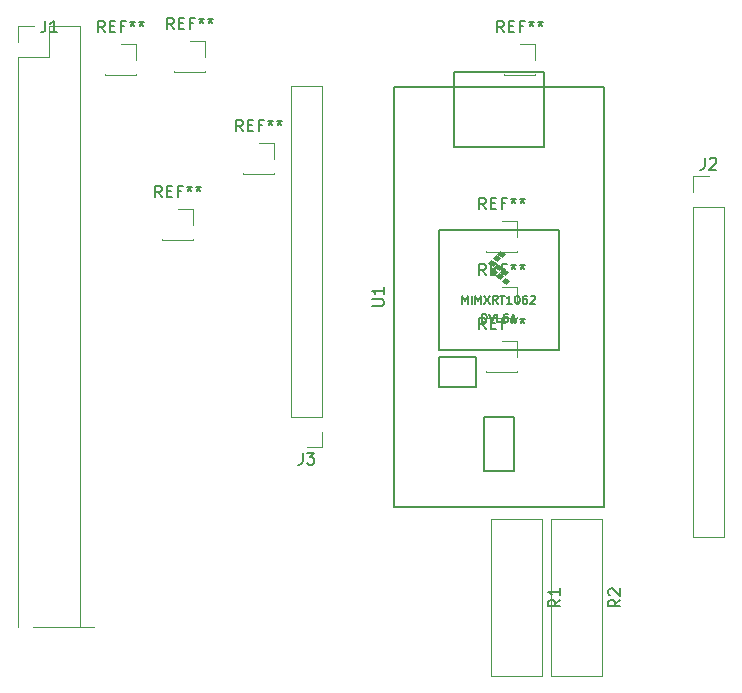
<source format=gbr>
%TF.GenerationSoftware,KiCad,Pcbnew,5.1.9-73d0e3b20d~88~ubuntu20.04.1*%
%TF.CreationDate,2021-04-22T17:01:53+00:00*%
%TF.ProjectId,RPHat,52504861-742e-46b6-9963-61645f706362,rev?*%
%TF.SameCoordinates,Original*%
%TF.FileFunction,Legend,Top*%
%TF.FilePolarity,Positive*%
%FSLAX46Y46*%
G04 Gerber Fmt 4.6, Leading zero omitted, Abs format (unit mm)*
G04 Created by KiCad (PCBNEW 5.1.9-73d0e3b20d~88~ubuntu20.04.1) date 2021-04-22 17:01:53*
%MOMM*%
%LPD*%
G01*
G04 APERTURE LIST*
%ADD10C,0.120000*%
%ADD11C,0.100000*%
%ADD12C,0.150000*%
G04 APERTURE END LIST*
D10*
%TO.C,REF\u002A\u002A*%
X128464000Y-76260000D02*
X131124000Y-76260000D01*
X128464000Y-76140000D02*
X128464000Y-76260000D01*
X131124000Y-76140000D02*
X131124000Y-76260000D01*
X131124000Y-73600000D02*
X131124000Y-74930000D01*
X129794000Y-73600000D02*
X131124000Y-73600000D01*
X128464000Y-71688000D02*
X131124000Y-71688000D01*
X128464000Y-71568000D02*
X128464000Y-71688000D01*
X131124000Y-71568000D02*
X131124000Y-71688000D01*
X131124000Y-69028000D02*
X131124000Y-70358000D01*
X129794000Y-69028000D02*
X131124000Y-69028000D01*
X129988000Y-51114000D02*
X132648000Y-51114000D01*
X129988000Y-50994000D02*
X129988000Y-51114000D01*
X132648000Y-50994000D02*
X132648000Y-51114000D01*
X132648000Y-48454000D02*
X132648000Y-49784000D01*
X131318000Y-48454000D02*
X132648000Y-48454000D01*
X128464000Y-66100000D02*
X131124000Y-66100000D01*
X128464000Y-65980000D02*
X128464000Y-66100000D01*
X131124000Y-65980000D02*
X131124000Y-66100000D01*
X131124000Y-63440000D02*
X131124000Y-64770000D01*
X129794000Y-63440000D02*
X131124000Y-63440000D01*
X101032000Y-65084000D02*
X103692000Y-65084000D01*
X101032000Y-64964000D02*
X101032000Y-65084000D01*
X103692000Y-64964000D02*
X103692000Y-65084000D01*
X103692000Y-62424000D02*
X103692000Y-63754000D01*
X102362000Y-62424000D02*
X103692000Y-62424000D01*
X107890000Y-59496000D02*
X110550000Y-59496000D01*
X107890000Y-59376000D02*
X107890000Y-59496000D01*
X110550000Y-59376000D02*
X110550000Y-59496000D01*
X110550000Y-56836000D02*
X110550000Y-58166000D01*
X109220000Y-56836000D02*
X110550000Y-56836000D01*
X96206000Y-51114000D02*
X98866000Y-51114000D01*
X96206000Y-50994000D02*
X96206000Y-51114000D01*
X98866000Y-50994000D02*
X98866000Y-51114000D01*
X98866000Y-48454000D02*
X98866000Y-49784000D01*
X97536000Y-48454000D02*
X98866000Y-48454000D01*
D11*
%TO.C,U1*%
G36*
X129667000Y-65938400D02*
G01*
X129413000Y-66192400D01*
X129794000Y-66446400D01*
X130048000Y-66192400D01*
X129667000Y-65938400D01*
G37*
X129667000Y-65938400D02*
X129413000Y-66192400D01*
X129794000Y-66446400D01*
X130048000Y-66192400D01*
X129667000Y-65938400D01*
G36*
X129286000Y-66319400D02*
G01*
X129032000Y-66573400D01*
X129413000Y-66827400D01*
X129667000Y-66573400D01*
X129286000Y-66319400D01*
G37*
X129286000Y-66319400D02*
X129032000Y-66573400D01*
X129413000Y-66827400D01*
X129667000Y-66573400D01*
X129286000Y-66319400D01*
G36*
X130048000Y-68224400D02*
G01*
X129794000Y-68478400D01*
X130175000Y-68732400D01*
X130429000Y-68478400D01*
X130048000Y-68224400D01*
G37*
X130048000Y-68224400D02*
X129794000Y-68478400D01*
X130175000Y-68732400D01*
X130429000Y-68478400D01*
X130048000Y-68224400D01*
G36*
X129540000Y-67843400D02*
G01*
X129286000Y-68097400D01*
X129667000Y-68351400D01*
X129921000Y-68097400D01*
X129540000Y-67843400D01*
G37*
X129540000Y-67843400D02*
X129286000Y-68097400D01*
X129667000Y-68351400D01*
X129921000Y-68097400D01*
X129540000Y-67843400D01*
G36*
X129032000Y-67462400D02*
G01*
X128778000Y-67716400D01*
X129159000Y-67970400D01*
X129413000Y-67716400D01*
X129032000Y-67462400D01*
G37*
X129032000Y-67462400D02*
X128778000Y-67716400D01*
X129159000Y-67970400D01*
X129413000Y-67716400D01*
X129032000Y-67462400D01*
G36*
X129921000Y-67462400D02*
G01*
X129667000Y-67716400D01*
X130048000Y-67970400D01*
X130302000Y-67716400D01*
X129921000Y-67462400D01*
G37*
X129921000Y-67462400D02*
X129667000Y-67716400D01*
X130048000Y-67970400D01*
X130302000Y-67716400D01*
X129921000Y-67462400D01*
G36*
X129413000Y-67081400D02*
G01*
X129159000Y-67335400D01*
X129540000Y-67589400D01*
X129794000Y-67335400D01*
X129413000Y-67081400D01*
G37*
X129413000Y-67081400D02*
X129159000Y-67335400D01*
X129540000Y-67589400D01*
X129794000Y-67335400D01*
X129413000Y-67081400D01*
G36*
X128905000Y-66700400D02*
G01*
X128651000Y-66954400D01*
X129032000Y-67208400D01*
X129286000Y-66954400D01*
X128905000Y-66700400D01*
G37*
X128905000Y-66700400D02*
X128651000Y-66954400D01*
X129032000Y-67208400D01*
X129286000Y-66954400D01*
X128905000Y-66700400D01*
D12*
X127635000Y-74955400D02*
X124460000Y-74955400D01*
X127635000Y-77495400D02*
X127635000Y-74955400D01*
X124460000Y-77495400D02*
X127635000Y-77495400D01*
X124460000Y-74955400D02*
X124460000Y-77495400D01*
X138430000Y-52095400D02*
X120650000Y-52095400D01*
X138430000Y-87655400D02*
X138430000Y-52095400D01*
X120650000Y-87655400D02*
X138430000Y-87655400D01*
X120650000Y-52095400D02*
X120650000Y-87655400D01*
X134620000Y-74320400D02*
X134620000Y-64160400D01*
X124460000Y-74320400D02*
X124460000Y-64160400D01*
X124460000Y-64160400D02*
X134620000Y-64160400D01*
X134620000Y-74320400D02*
X124460000Y-74320400D01*
X128270000Y-80035400D02*
X128270000Y-84607400D01*
X130810000Y-80035400D02*
X128270000Y-80035400D01*
X130810000Y-84607400D02*
X130810000Y-80035400D01*
X128270000Y-84607400D02*
X130810000Y-84607400D01*
X133350000Y-57175400D02*
X133350000Y-52095400D01*
X125730000Y-57175400D02*
X125730000Y-52095400D01*
X133350000Y-57175400D02*
X125730000Y-57175400D01*
X125730000Y-50825400D02*
X125730000Y-52095400D01*
X133350000Y-50825400D02*
X125730000Y-50825400D01*
X133350000Y-52095400D02*
X133350000Y-50825400D01*
D10*
%TO.C,J1*%
X90220800Y-46930000D02*
X88890800Y-46930000D01*
X88890800Y-46930000D02*
X88890800Y-48260000D01*
X91490800Y-46930000D02*
X91490800Y-49530000D01*
X91490800Y-49530000D02*
X88890800Y-49530000D01*
X88890800Y-49530000D02*
X88890800Y-97850000D01*
X90110000Y-97850000D02*
X95310000Y-97850000D01*
X94090800Y-46930000D02*
X94090800Y-97850000D01*
X94090800Y-46930000D02*
X91490800Y-46930000D01*
%TO.C,J3*%
X114614000Y-52010000D02*
X111954000Y-52010000D01*
X114614000Y-80010000D02*
X114614000Y-52010000D01*
X111954000Y-80010000D02*
X111954000Y-52010000D01*
X114614000Y-80010000D02*
X111954000Y-80010000D01*
X114614000Y-81280000D02*
X114614000Y-82610000D01*
X114614000Y-82610000D02*
X113284000Y-82610000D01*
%TO.C,REF\u002A\u002A*%
X102048000Y-50860000D02*
X104708000Y-50860000D01*
X102048000Y-50740000D02*
X102048000Y-50860000D01*
X104708000Y-50740000D02*
X104708000Y-50860000D01*
X104708000Y-48200000D02*
X104708000Y-49530000D01*
X103378000Y-48200000D02*
X104708000Y-48200000D01*
%TO.C,J2*%
X145990000Y-59630000D02*
X147320000Y-59630000D01*
X145990000Y-60960000D02*
X145990000Y-59630000D01*
X145990000Y-62230000D02*
X148650000Y-62230000D01*
X148650000Y-62230000D02*
X148650000Y-90230000D01*
X145990000Y-62230000D02*
X145990000Y-90230000D01*
X145990000Y-90230000D02*
X148650000Y-90230000D01*
%TO.C,R2*%
X138264000Y-101942000D02*
X134024000Y-101942000D01*
X138264000Y-88702000D02*
X134024000Y-88702000D01*
X134024000Y-88702000D02*
X134024000Y-101942000D01*
X138264000Y-88702000D02*
X138264000Y-101942000D01*
%TO.C,R1*%
X133184000Y-101942000D02*
X128944000Y-101942000D01*
X133184000Y-88702000D02*
X128944000Y-88702000D01*
X128944000Y-88702000D02*
X128944000Y-101942000D01*
X133184000Y-88702000D02*
X133184000Y-101942000D01*
%TO.C,REF\u002A\u002A*%
D12*
X128460666Y-72612380D02*
X128127333Y-72136190D01*
X127889238Y-72612380D02*
X127889238Y-71612380D01*
X128270190Y-71612380D01*
X128365428Y-71660000D01*
X128413047Y-71707619D01*
X128460666Y-71802857D01*
X128460666Y-71945714D01*
X128413047Y-72040952D01*
X128365428Y-72088571D01*
X128270190Y-72136190D01*
X127889238Y-72136190D01*
X128889238Y-72088571D02*
X129222571Y-72088571D01*
X129365428Y-72612380D02*
X128889238Y-72612380D01*
X128889238Y-71612380D01*
X129365428Y-71612380D01*
X130127333Y-72088571D02*
X129794000Y-72088571D01*
X129794000Y-72612380D02*
X129794000Y-71612380D01*
X130270190Y-71612380D01*
X130794000Y-71612380D02*
X130794000Y-71850476D01*
X130555904Y-71755238D02*
X130794000Y-71850476D01*
X131032095Y-71755238D01*
X130651142Y-72040952D02*
X130794000Y-71850476D01*
X130936857Y-72040952D01*
X131555904Y-71612380D02*
X131555904Y-71850476D01*
X131317809Y-71755238D02*
X131555904Y-71850476D01*
X131794000Y-71755238D01*
X131413047Y-72040952D02*
X131555904Y-71850476D01*
X131698761Y-72040952D01*
X128460666Y-68040380D02*
X128127333Y-67564190D01*
X127889238Y-68040380D02*
X127889238Y-67040380D01*
X128270190Y-67040380D01*
X128365428Y-67088000D01*
X128413047Y-67135619D01*
X128460666Y-67230857D01*
X128460666Y-67373714D01*
X128413047Y-67468952D01*
X128365428Y-67516571D01*
X128270190Y-67564190D01*
X127889238Y-67564190D01*
X128889238Y-67516571D02*
X129222571Y-67516571D01*
X129365428Y-68040380D02*
X128889238Y-68040380D01*
X128889238Y-67040380D01*
X129365428Y-67040380D01*
X130127333Y-67516571D02*
X129794000Y-67516571D01*
X129794000Y-68040380D02*
X129794000Y-67040380D01*
X130270190Y-67040380D01*
X130794000Y-67040380D02*
X130794000Y-67278476D01*
X130555904Y-67183238D02*
X130794000Y-67278476D01*
X131032095Y-67183238D01*
X130651142Y-67468952D02*
X130794000Y-67278476D01*
X130936857Y-67468952D01*
X131555904Y-67040380D02*
X131555904Y-67278476D01*
X131317809Y-67183238D02*
X131555904Y-67278476D01*
X131794000Y-67183238D01*
X131413047Y-67468952D02*
X131555904Y-67278476D01*
X131698761Y-67468952D01*
X129984666Y-47466380D02*
X129651333Y-46990190D01*
X129413238Y-47466380D02*
X129413238Y-46466380D01*
X129794190Y-46466380D01*
X129889428Y-46514000D01*
X129937047Y-46561619D01*
X129984666Y-46656857D01*
X129984666Y-46799714D01*
X129937047Y-46894952D01*
X129889428Y-46942571D01*
X129794190Y-46990190D01*
X129413238Y-46990190D01*
X130413238Y-46942571D02*
X130746571Y-46942571D01*
X130889428Y-47466380D02*
X130413238Y-47466380D01*
X130413238Y-46466380D01*
X130889428Y-46466380D01*
X131651333Y-46942571D02*
X131318000Y-46942571D01*
X131318000Y-47466380D02*
X131318000Y-46466380D01*
X131794190Y-46466380D01*
X132318000Y-46466380D02*
X132318000Y-46704476D01*
X132079904Y-46609238D02*
X132318000Y-46704476D01*
X132556095Y-46609238D01*
X132175142Y-46894952D02*
X132318000Y-46704476D01*
X132460857Y-46894952D01*
X133079904Y-46466380D02*
X133079904Y-46704476D01*
X132841809Y-46609238D02*
X133079904Y-46704476D01*
X133318000Y-46609238D01*
X132937047Y-46894952D02*
X133079904Y-46704476D01*
X133222761Y-46894952D01*
X128460666Y-62452380D02*
X128127333Y-61976190D01*
X127889238Y-62452380D02*
X127889238Y-61452380D01*
X128270190Y-61452380D01*
X128365428Y-61500000D01*
X128413047Y-61547619D01*
X128460666Y-61642857D01*
X128460666Y-61785714D01*
X128413047Y-61880952D01*
X128365428Y-61928571D01*
X128270190Y-61976190D01*
X127889238Y-61976190D01*
X128889238Y-61928571D02*
X129222571Y-61928571D01*
X129365428Y-62452380D02*
X128889238Y-62452380D01*
X128889238Y-61452380D01*
X129365428Y-61452380D01*
X130127333Y-61928571D02*
X129794000Y-61928571D01*
X129794000Y-62452380D02*
X129794000Y-61452380D01*
X130270190Y-61452380D01*
X130794000Y-61452380D02*
X130794000Y-61690476D01*
X130555904Y-61595238D02*
X130794000Y-61690476D01*
X131032095Y-61595238D01*
X130651142Y-61880952D02*
X130794000Y-61690476D01*
X130936857Y-61880952D01*
X131555904Y-61452380D02*
X131555904Y-61690476D01*
X131317809Y-61595238D02*
X131555904Y-61690476D01*
X131794000Y-61595238D01*
X131413047Y-61880952D02*
X131555904Y-61690476D01*
X131698761Y-61880952D01*
X101028666Y-61436380D02*
X100695333Y-60960190D01*
X100457238Y-61436380D02*
X100457238Y-60436380D01*
X100838190Y-60436380D01*
X100933428Y-60484000D01*
X100981047Y-60531619D01*
X101028666Y-60626857D01*
X101028666Y-60769714D01*
X100981047Y-60864952D01*
X100933428Y-60912571D01*
X100838190Y-60960190D01*
X100457238Y-60960190D01*
X101457238Y-60912571D02*
X101790571Y-60912571D01*
X101933428Y-61436380D02*
X101457238Y-61436380D01*
X101457238Y-60436380D01*
X101933428Y-60436380D01*
X102695333Y-60912571D02*
X102362000Y-60912571D01*
X102362000Y-61436380D02*
X102362000Y-60436380D01*
X102838190Y-60436380D01*
X103362000Y-60436380D02*
X103362000Y-60674476D01*
X103123904Y-60579238D02*
X103362000Y-60674476D01*
X103600095Y-60579238D01*
X103219142Y-60864952D02*
X103362000Y-60674476D01*
X103504857Y-60864952D01*
X104123904Y-60436380D02*
X104123904Y-60674476D01*
X103885809Y-60579238D02*
X104123904Y-60674476D01*
X104362000Y-60579238D01*
X103981047Y-60864952D02*
X104123904Y-60674476D01*
X104266761Y-60864952D01*
X107886666Y-55848380D02*
X107553333Y-55372190D01*
X107315238Y-55848380D02*
X107315238Y-54848380D01*
X107696190Y-54848380D01*
X107791428Y-54896000D01*
X107839047Y-54943619D01*
X107886666Y-55038857D01*
X107886666Y-55181714D01*
X107839047Y-55276952D01*
X107791428Y-55324571D01*
X107696190Y-55372190D01*
X107315238Y-55372190D01*
X108315238Y-55324571D02*
X108648571Y-55324571D01*
X108791428Y-55848380D02*
X108315238Y-55848380D01*
X108315238Y-54848380D01*
X108791428Y-54848380D01*
X109553333Y-55324571D02*
X109220000Y-55324571D01*
X109220000Y-55848380D02*
X109220000Y-54848380D01*
X109696190Y-54848380D01*
X110220000Y-54848380D02*
X110220000Y-55086476D01*
X109981904Y-54991238D02*
X110220000Y-55086476D01*
X110458095Y-54991238D01*
X110077142Y-55276952D02*
X110220000Y-55086476D01*
X110362857Y-55276952D01*
X110981904Y-54848380D02*
X110981904Y-55086476D01*
X110743809Y-54991238D02*
X110981904Y-55086476D01*
X111220000Y-54991238D01*
X110839047Y-55276952D02*
X110981904Y-55086476D01*
X111124761Y-55276952D01*
X96202666Y-47466380D02*
X95869333Y-46990190D01*
X95631238Y-47466380D02*
X95631238Y-46466380D01*
X96012190Y-46466380D01*
X96107428Y-46514000D01*
X96155047Y-46561619D01*
X96202666Y-46656857D01*
X96202666Y-46799714D01*
X96155047Y-46894952D01*
X96107428Y-46942571D01*
X96012190Y-46990190D01*
X95631238Y-46990190D01*
X96631238Y-46942571D02*
X96964571Y-46942571D01*
X97107428Y-47466380D02*
X96631238Y-47466380D01*
X96631238Y-46466380D01*
X97107428Y-46466380D01*
X97869333Y-46942571D02*
X97536000Y-46942571D01*
X97536000Y-47466380D02*
X97536000Y-46466380D01*
X98012190Y-46466380D01*
X98536000Y-46466380D02*
X98536000Y-46704476D01*
X98297904Y-46609238D02*
X98536000Y-46704476D01*
X98774095Y-46609238D01*
X98393142Y-46894952D02*
X98536000Y-46704476D01*
X98678857Y-46894952D01*
X99297904Y-46466380D02*
X99297904Y-46704476D01*
X99059809Y-46609238D02*
X99297904Y-46704476D01*
X99536000Y-46609238D01*
X99155047Y-46894952D02*
X99297904Y-46704476D01*
X99440761Y-46894952D01*
%TO.C,U1*%
X118832380Y-70637304D02*
X119641904Y-70637304D01*
X119737142Y-70589685D01*
X119784761Y-70542066D01*
X119832380Y-70446828D01*
X119832380Y-70256352D01*
X119784761Y-70161114D01*
X119737142Y-70113495D01*
X119641904Y-70065876D01*
X118832380Y-70065876D01*
X119832380Y-69065876D02*
X119832380Y-69637304D01*
X119832380Y-69351590D02*
X118832380Y-69351590D01*
X118975238Y-69446828D01*
X119070476Y-69542066D01*
X119118095Y-69637304D01*
X128140000Y-71970066D02*
X128140000Y-71270066D01*
X128306666Y-71270066D01*
X128406666Y-71303400D01*
X128473333Y-71370066D01*
X128506666Y-71436733D01*
X128540000Y-71570066D01*
X128540000Y-71670066D01*
X128506666Y-71803400D01*
X128473333Y-71870066D01*
X128406666Y-71936733D01*
X128306666Y-71970066D01*
X128140000Y-71970066D01*
X128740000Y-71270066D02*
X128973333Y-71970066D01*
X129206666Y-71270066D01*
X129773333Y-71970066D02*
X129440000Y-71970066D01*
X129440000Y-71270066D01*
X130306666Y-71270066D02*
X130173333Y-71270066D01*
X130106666Y-71303400D01*
X130073333Y-71336733D01*
X130006666Y-71436733D01*
X129973333Y-71570066D01*
X129973333Y-71836733D01*
X130006666Y-71903400D01*
X130040000Y-71936733D01*
X130106666Y-71970066D01*
X130240000Y-71970066D01*
X130306666Y-71936733D01*
X130340000Y-71903400D01*
X130373333Y-71836733D01*
X130373333Y-71670066D01*
X130340000Y-71603400D01*
X130306666Y-71570066D01*
X130240000Y-71536733D01*
X130106666Y-71536733D01*
X130040000Y-71570066D01*
X130006666Y-71603400D01*
X129973333Y-71670066D01*
X130640000Y-71770066D02*
X130973333Y-71770066D01*
X130573333Y-71970066D02*
X130806666Y-71270066D01*
X131040000Y-71970066D01*
X126456666Y-70446066D02*
X126456666Y-69746066D01*
X126690000Y-70246066D01*
X126923333Y-69746066D01*
X126923333Y-70446066D01*
X127256666Y-70446066D02*
X127256666Y-69746066D01*
X127590000Y-70446066D02*
X127590000Y-69746066D01*
X127823333Y-70246066D01*
X128056666Y-69746066D01*
X128056666Y-70446066D01*
X128323333Y-69746066D02*
X128790000Y-70446066D01*
X128790000Y-69746066D02*
X128323333Y-70446066D01*
X129456666Y-70446066D02*
X129223333Y-70112733D01*
X129056666Y-70446066D02*
X129056666Y-69746066D01*
X129323333Y-69746066D01*
X129390000Y-69779400D01*
X129423333Y-69812733D01*
X129456666Y-69879400D01*
X129456666Y-69979400D01*
X129423333Y-70046066D01*
X129390000Y-70079400D01*
X129323333Y-70112733D01*
X129056666Y-70112733D01*
X129656666Y-69746066D02*
X130056666Y-69746066D01*
X129856666Y-70446066D02*
X129856666Y-69746066D01*
X130656666Y-70446066D02*
X130256666Y-70446066D01*
X130456666Y-70446066D02*
X130456666Y-69746066D01*
X130390000Y-69846066D01*
X130323333Y-69912733D01*
X130256666Y-69946066D01*
X131090000Y-69746066D02*
X131156666Y-69746066D01*
X131223333Y-69779400D01*
X131256666Y-69812733D01*
X131290000Y-69879400D01*
X131323333Y-70012733D01*
X131323333Y-70179400D01*
X131290000Y-70312733D01*
X131256666Y-70379400D01*
X131223333Y-70412733D01*
X131156666Y-70446066D01*
X131090000Y-70446066D01*
X131023333Y-70412733D01*
X130990000Y-70379400D01*
X130956666Y-70312733D01*
X130923333Y-70179400D01*
X130923333Y-70012733D01*
X130956666Y-69879400D01*
X130990000Y-69812733D01*
X131023333Y-69779400D01*
X131090000Y-69746066D01*
X131923333Y-69746066D02*
X131790000Y-69746066D01*
X131723333Y-69779400D01*
X131690000Y-69812733D01*
X131623333Y-69912733D01*
X131590000Y-70046066D01*
X131590000Y-70312733D01*
X131623333Y-70379400D01*
X131656666Y-70412733D01*
X131723333Y-70446066D01*
X131856666Y-70446066D01*
X131923333Y-70412733D01*
X131956666Y-70379400D01*
X131990000Y-70312733D01*
X131990000Y-70146066D01*
X131956666Y-70079400D01*
X131923333Y-70046066D01*
X131856666Y-70012733D01*
X131723333Y-70012733D01*
X131656666Y-70046066D01*
X131623333Y-70079400D01*
X131590000Y-70146066D01*
X132256666Y-69812733D02*
X132290000Y-69779400D01*
X132356666Y-69746066D01*
X132523333Y-69746066D01*
X132590000Y-69779400D01*
X132623333Y-69812733D01*
X132656666Y-69879400D01*
X132656666Y-69946066D01*
X132623333Y-70046066D01*
X132223333Y-70446066D01*
X132656666Y-70446066D01*
%TO.C,J1*%
X91157466Y-46466380D02*
X91157466Y-47180666D01*
X91109847Y-47323523D01*
X91014609Y-47418761D01*
X90871752Y-47466380D01*
X90776514Y-47466380D01*
X92157466Y-47466380D02*
X91586038Y-47466380D01*
X91871752Y-47466380D02*
X91871752Y-46466380D01*
X91776514Y-46609238D01*
X91681276Y-46704476D01*
X91586038Y-46752095D01*
%TO.C,J3*%
X112950666Y-83062380D02*
X112950666Y-83776666D01*
X112903047Y-83919523D01*
X112807809Y-84014761D01*
X112664952Y-84062380D01*
X112569714Y-84062380D01*
X113331619Y-83062380D02*
X113950666Y-83062380D01*
X113617333Y-83443333D01*
X113760190Y-83443333D01*
X113855428Y-83490952D01*
X113903047Y-83538571D01*
X113950666Y-83633809D01*
X113950666Y-83871904D01*
X113903047Y-83967142D01*
X113855428Y-84014761D01*
X113760190Y-84062380D01*
X113474476Y-84062380D01*
X113379238Y-84014761D01*
X113331619Y-83967142D01*
%TO.C,REF\u002A\u002A*%
X102044666Y-47212380D02*
X101711333Y-46736190D01*
X101473238Y-47212380D02*
X101473238Y-46212380D01*
X101854190Y-46212380D01*
X101949428Y-46260000D01*
X101997047Y-46307619D01*
X102044666Y-46402857D01*
X102044666Y-46545714D01*
X101997047Y-46640952D01*
X101949428Y-46688571D01*
X101854190Y-46736190D01*
X101473238Y-46736190D01*
X102473238Y-46688571D02*
X102806571Y-46688571D01*
X102949428Y-47212380D02*
X102473238Y-47212380D01*
X102473238Y-46212380D01*
X102949428Y-46212380D01*
X103711333Y-46688571D02*
X103378000Y-46688571D01*
X103378000Y-47212380D02*
X103378000Y-46212380D01*
X103854190Y-46212380D01*
X104378000Y-46212380D02*
X104378000Y-46450476D01*
X104139904Y-46355238D02*
X104378000Y-46450476D01*
X104616095Y-46355238D01*
X104235142Y-46640952D02*
X104378000Y-46450476D01*
X104520857Y-46640952D01*
X105139904Y-46212380D02*
X105139904Y-46450476D01*
X104901809Y-46355238D02*
X105139904Y-46450476D01*
X105378000Y-46355238D01*
X104997047Y-46640952D02*
X105139904Y-46450476D01*
X105282761Y-46640952D01*
%TO.C,J2*%
X146986666Y-58082380D02*
X146986666Y-58796666D01*
X146939047Y-58939523D01*
X146843809Y-59034761D01*
X146700952Y-59082380D01*
X146605714Y-59082380D01*
X147415238Y-58177619D02*
X147462857Y-58130000D01*
X147558095Y-58082380D01*
X147796190Y-58082380D01*
X147891428Y-58130000D01*
X147939047Y-58177619D01*
X147986666Y-58272857D01*
X147986666Y-58368095D01*
X147939047Y-58510952D01*
X147367619Y-59082380D01*
X147986666Y-59082380D01*
%TO.C,R2*%
X139846380Y-95488666D02*
X139370190Y-95822000D01*
X139846380Y-96060095D02*
X138846380Y-96060095D01*
X138846380Y-95679142D01*
X138894000Y-95583904D01*
X138941619Y-95536285D01*
X139036857Y-95488666D01*
X139179714Y-95488666D01*
X139274952Y-95536285D01*
X139322571Y-95583904D01*
X139370190Y-95679142D01*
X139370190Y-96060095D01*
X138941619Y-95107714D02*
X138894000Y-95060095D01*
X138846380Y-94964857D01*
X138846380Y-94726761D01*
X138894000Y-94631523D01*
X138941619Y-94583904D01*
X139036857Y-94536285D01*
X139132095Y-94536285D01*
X139274952Y-94583904D01*
X139846380Y-95155333D01*
X139846380Y-94536285D01*
%TO.C,R1*%
X134766380Y-95488666D02*
X134290190Y-95822000D01*
X134766380Y-96060095D02*
X133766380Y-96060095D01*
X133766380Y-95679142D01*
X133814000Y-95583904D01*
X133861619Y-95536285D01*
X133956857Y-95488666D01*
X134099714Y-95488666D01*
X134194952Y-95536285D01*
X134242571Y-95583904D01*
X134290190Y-95679142D01*
X134290190Y-96060095D01*
X134766380Y-94536285D02*
X134766380Y-95107714D01*
X134766380Y-94822000D02*
X133766380Y-94822000D01*
X133909238Y-94917238D01*
X134004476Y-95012476D01*
X134052095Y-95107714D01*
%TD*%
M02*

</source>
